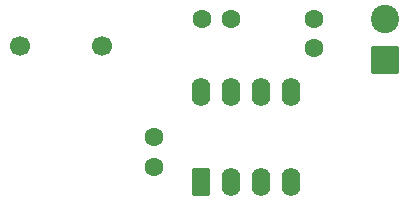
<source format=gbr>
%TF.GenerationSoftware,KiCad,Pcbnew,9.0.3-9.0.3-0~ubuntu24.04.1*%
%TF.CreationDate,2025-07-24T18:13:32+02:00*%
%TF.ProjectId,ampli_audio,616d706c-695f-4617-9564-696f2e6b6963,rev?*%
%TF.SameCoordinates,Original*%
%TF.FileFunction,Soldermask,Bot*%
%TF.FilePolarity,Negative*%
%FSLAX46Y46*%
G04 Gerber Fmt 4.6, Leading zero omitted, Abs format (unit mm)*
G04 Created by KiCad (PCBNEW 9.0.3-9.0.3-0~ubuntu24.04.1) date 2025-07-24 18:13:32*
%MOMM*%
%LPD*%
G01*
G04 APERTURE LIST*
G04 Aperture macros list*
%AMRoundRect*
0 Rectangle with rounded corners*
0 $1 Rounding radius*
0 $2 $3 $4 $5 $6 $7 $8 $9 X,Y pos of 4 corners*
0 Add a 4 corners polygon primitive as box body*
4,1,4,$2,$3,$4,$5,$6,$7,$8,$9,$2,$3,0*
0 Add four circle primitives for the rounded corners*
1,1,$1+$1,$2,$3*
1,1,$1+$1,$4,$5*
1,1,$1+$1,$6,$7*
1,1,$1+$1,$8,$9*
0 Add four rect primitives between the rounded corners*
20,1,$1+$1,$2,$3,$4,$5,0*
20,1,$1+$1,$4,$5,$6,$7,0*
20,1,$1+$1,$6,$7,$8,$9,0*
20,1,$1+$1,$8,$9,$2,$3,0*%
G04 Aperture macros list end*
%ADD10C,1.700000*%
%ADD11C,1.600000*%
%ADD12RoundRect,0.250000X0.550000X-0.950000X0.550000X0.950000X-0.550000X0.950000X-0.550000X-0.950000X0*%
%ADD13O,1.600000X2.400000*%
%ADD14RoundRect,0.250001X0.949999X-0.949999X0.949999X0.949999X-0.949999X0.949999X-0.949999X-0.949999X0*%
%ADD15C,2.400000*%
G04 APERTURE END LIST*
D10*
%TO.C,J1*%
X77600000Y-82800000D03*
X84600000Y-82800000D03*
%TD*%
D11*
%TO.C,C1*%
X102500000Y-83000000D03*
X102500000Y-80500000D03*
%TD*%
%TO.C,C3*%
X93000000Y-80500000D03*
X95500000Y-80500000D03*
%TD*%
%TO.C,C7*%
X89000000Y-93000000D03*
X89000000Y-90500000D03*
%TD*%
D12*
%TO.C,U1*%
X92960000Y-94310000D03*
D13*
X95500000Y-94310000D03*
X98040000Y-94310000D03*
X100580000Y-94310000D03*
X100580000Y-86690000D03*
X98040000Y-86690000D03*
X95500000Y-86690000D03*
X92960000Y-86690000D03*
%TD*%
D14*
%TO.C,J2*%
X108500000Y-84000000D03*
D15*
X108500000Y-80500000D03*
%TD*%
M02*

</source>
